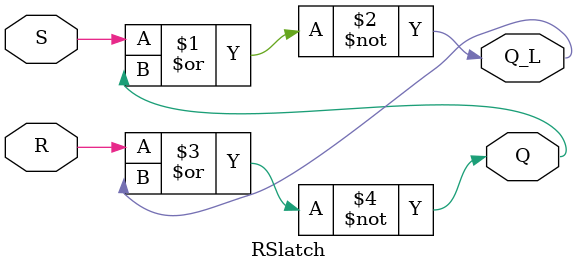
<source format=v>
`timescale 1ns / 1ps
module RSlatch(input R,
               input S,
               output Q,
               output Q_L);

  nor (Q_L, S, Q);
  nor (Q, R, Q_L);

endmodule

</source>
